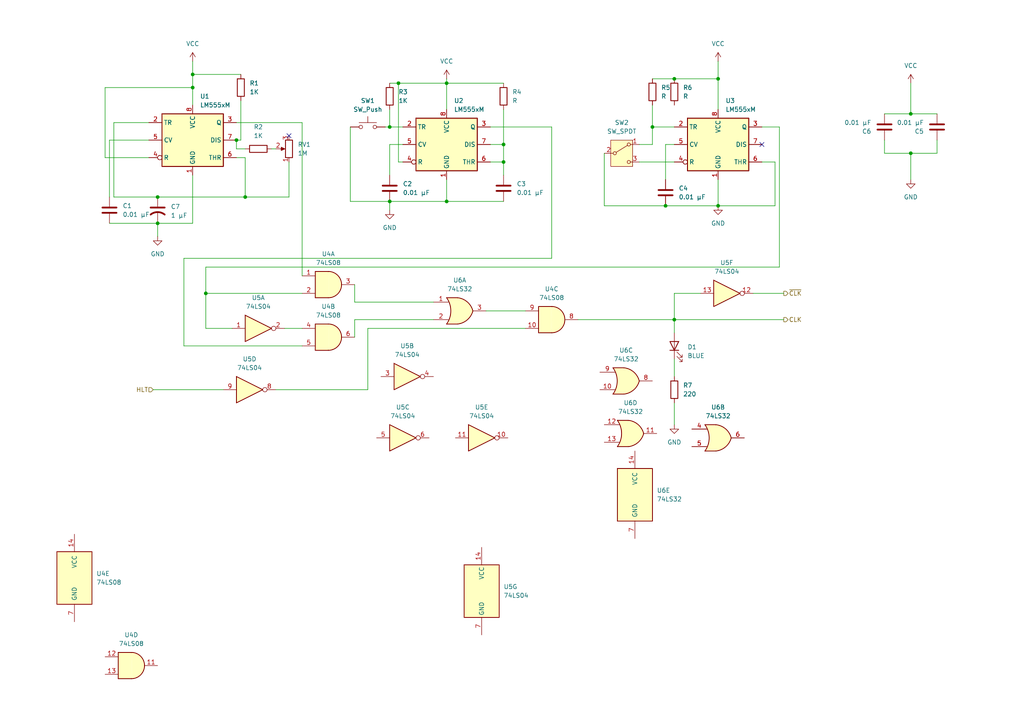
<source format=kicad_sch>
(kicad_sch (version 20250114) (generator "eeschema") (generator_version "9.0")
  (paper "A4")
  (lib_symbols
    (symbol "74xx:74LS04"
      (property "Reference" "U" (at 0 1.27 0))
      (property "Value" "74LS04" (at 0 -1.27 0))
      (symbol "74LS04_1_0"
        (polyline (pts (xy -3.81 3.81) (xy -3.81 -3.81) (xy 3.81 0) (xy -3.81 3.81)) (stroke (width 0.254)) (fill (type background)))
        (pin input line (at -7.62 0 0) (length 3.81) (name "~") (number "1"))
        (pin output inverted (at 7.62 0 180) (length 3.81) (name "~") (number "2"))
      )
      (symbol "74LS04_2_0"
        (polyline (pts (xy -3.81 3.81) (xy -3.81 -3.81) (xy 3.81 0) (xy -3.81 3.81)) (stroke (width 0.254)) (fill (type background)))
        (pin input line (at -7.62 0 0) (length 3.81) (name "~") (number "3"))
        (pin output inverted (at 7.62 0 180) (length 3.81) (name "~") (number "4"))
      )
      (symbol "74LS04_3_0"
        (polyline (pts (xy -3.81 3.81) (xy -3.81 -3.81) (xy 3.81 0) (xy -3.81 3.81)) (stroke (width 0.254)) (fill (type background)))
        (pin input line (at -7.62 0 0) (length 3.81) (name "~") (number "5"))
        (pin output inverted (at 7.62 0 180) (length 3.81) (name "~") (number "6"))
      )
      (symbol "74LS04_4_0"
        (polyline (pts (xy -3.81 3.81) (xy -3.81 -3.81) (xy 3.81 0) (xy -3.81 3.81)) (stroke (width 0.254)) (fill (type background)))
        (pin input line (at -7.62 0 0) (length 3.81) (name "~") (number "9"))
        (pin output inverted (at 7.62 0 180) (length 3.81) (name "~") (number "8"))
      )
      (symbol "74LS04_5_0"
        (polyline (pts (xy -3.81 3.81) (xy -3.81 -3.81) (xy 3.81 0) (xy -3.81 3.81)) (stroke (width 0.254)) (fill (type background)))
        (pin input line (at -7.62 0 0) (length 3.81) (name "~") (number "11"))
        (pin output inverted (at 7.62 0 180) (length 3.81) (name "~") (number "10"))
      )
      (symbol "74LS04_6_0"
        (polyline (pts (xy -3.81 3.81) (xy -3.81 -3.81) (xy 3.81 0) (xy -3.81 3.81)) (stroke (width 0.254)) (fill (type background)))
        (pin input line (at -7.62 0 0) (length 3.81) (name "~") (number "13"))
        (pin output inverted (at 7.62 0 180) (length 3.81) (name "~") (number "12"))
      )
      (symbol "74LS04_7_0"
        (pin power_in line (at 0 12.7 270) (length 5.08) (name "VCC") (number "14"))
        (pin power_in line (at 0 -12.7 90) (length 5.08) (name "GND") (number "7"))
      )
      (symbol "74LS04_7_1"
        (rectangle (start -5.08 7.62) (end 5.08 -7.62) (stroke (width 0.254)) (fill (type background)))
      )
    )
    (symbol "74xx:74LS08" (pin_names (offset 1.016))
      (property "Reference" "U" (at 0 1.27 0))
      (property "Value" "74LS08" (at 0 -1.27 0))
      (symbol "74LS08_1_1"
        (arc (start 0 3.81) (mid 3.7934 0) (end 0 -3.81) (stroke (width 0.254)) (fill (type background)))
        (polyline (pts (xy 0 3.81) (xy -3.81 3.81) (xy -3.81 -3.81) (xy 0 -3.81)) (stroke (width 0.254)) (fill (type background)))
        (pin input line (at -7.62 2.54 0) (length 3.81) (name "~") (number "1"))
        (pin input line (at -7.62 -2.54 0) (length 3.81) (name "~") (number "2"))
        (pin output line (at 7.62 0 180) (length 3.81) (name "~") (number "3"))
      )
      (symbol "74LS08_1_2"
        (arc (start -3.81 3.81) (mid -2.589 0) (end -3.81 -3.81) (stroke (width 0.254)))
        (polyline (pts (xy -3.81 3.81) (xy -0.635 3.81)) (stroke (width 0.254)) (fill (type background)))
        (polyline (pts (xy -3.81 -3.81) (xy -0.635 -3.81)) (stroke (width 0.254)) (fill (type background)))
        (arc (start 3.81 0) (mid 2.1855 -2.584) (end -0.6096 -3.81) (stroke (width 0.254)) (fill (type background)))
        (arc (start -0.6096 3.81) (mid 2.1928 2.5924) (end 3.81 0) (stroke (width 0.254)) (fill (type background)))
        (polyline (pts (xy -0.635 3.81) (xy -3.81 3.81) (xy -3.81 3.81) (xy -3.556 3.4036) (xy -3.0226 2.2606) (xy -2.6924 1.0414) (xy -2.6162 -0.254) (xy -2.7686 -1.4986) (xy -3.175 -2.7178) (xy -3.81 -3.81) (xy -3.81 -3.81) (xy -0.635 -3.81)) (stroke (width -25.4)) (fill (type background)))
        (pin input inverted (at -7.62 2.54 0) (length 4.318) (name "~") (number "1"))
        (pin input inverted (at -7.62 -2.54 0) (length 4.318) (name "~") (number "2"))
        (pin output inverted (at 7.62 0 180) (length 3.81) (name "~") (number "3"))
      )
      (symbol "74LS08_2_1"
        (arc (start 0 3.81) (mid 3.7934 0) (end 0 -3.81) (stroke (width 0.254)) (fill (type background)))
        (polyline (pts (xy 0 3.81) (xy -3.81 3.81) (xy -3.81 -3.81) (xy 0 -3.81)) (stroke (width 0.254)) (fill (type background)))
        (pin input line (at -7.62 2.54 0) (length 3.81) (name "~") (number "4"))
        (pin input line (at -7.62 -2.54 0) (length 3.81) (name "~") (number "5"))
        (pin output line (at 7.62 0 180) (length 3.81) (name "~") (number "6"))
      )
      (symbol "74LS08_2_2"
        (arc (start -3.81 3.81) (mid -2.589 0) (end -3.81 -3.81) (stroke (width 0.254)))
        (polyline (pts (xy -3.81 3.81) (xy -0.635 3.81)) (stroke (width 0.254)) (fill (type background)))
        (polyline (pts (xy -3.81 -3.81) (xy -0.635 -3.81)) (stroke (width 0.254)) (fill (type background)))
        (arc (start 3.81 0) (mid 2.1855 -2.584) (end -0.6096 -3.81) (stroke (width 0.254)) (fill (type background)))
        (arc (start -0.6096 3.81) (mid 2.1928 2.5924) (end 3.81 0) (stroke (width 0.254)) (fill (type background)))
        (polyline (pts (xy -0.635 3.81) (xy -3.81 3.81) (xy -3.81 3.81) (xy -3.556 3.4036) (xy -3.0226 2.2606) (xy -2.6924 1.0414) (xy -2.6162 -0.254) (xy -2.7686 -1.4986) (xy -3.175 -2.7178) (xy -3.81 -3.81) (xy -3.81 -3.81) (xy -0.635 -3.81)) (stroke (width -25.4)) (fill (type background)))
        (pin input inverted (at -7.62 2.54 0) (length 4.318) (name "~") (number "4"))
        (pin input inverted (at -7.62 -2.54 0) (length 4.318) (name "~") (number "5"))
        (pin output inverted (at 7.62 0 180) (length 3.81) (name "~") (number "6"))
      )
      (symbol "74LS08_3_1"
        (arc (start 0 3.81) (mid 3.7934 0) (end 0 -3.81) (stroke (width 0.254)) (fill (type background)))
        (polyline (pts (xy 0 3.81) (xy -3.81 3.81) (xy -3.81 -3.81) (xy 0 -3.81)) (stroke (width 0.254)) (fill (type background)))
        (pin input line (at -7.62 2.54 0) (length 3.81) (name "~") (number "9"))
        (pin input line (at -7.62 -2.54 0) (length 3.81) (name "~") (number "10"))
        (pin output line (at 7.62 0 180) (length 3.81) (name "~") (number "8"))
      )
      (symbol "74LS08_3_2"
        (arc (start -3.81 3.81) (mid -2.589 0) (end -3.81 -3.81) (stroke (width 0.254)))
        (polyline (pts (xy -3.81 3.81) (xy -0.635 3.81)) (stroke (width 0.254)) (fill (type background)))
        (polyline (pts (xy -3.81 -3.81) (xy -0.635 -3.81)) (stroke (width 0.254)) (fill (type background)))
        (arc (start 3.81 0) (mid 2.1855 -2.584) (end -0.6096 -3.81) (stroke (width 0.254)) (fill (type background)))
        (arc (start -0.6096 3.81) (mid 2.1928 2.5924) (end 3.81 0) (stroke (width 0.254)) (fill (type background)))
        (polyline (pts (xy -0.635 3.81) (xy -3.81 3.81) (xy -3.81 3.81) (xy -3.556 3.4036) (xy -3.0226 2.2606) (xy -2.6924 1.0414) (xy -2.6162 -0.254) (xy -2.7686 -1.4986) (xy -3.175 -2.7178) (xy -3.81 -3.81) (xy -3.81 -3.81) (xy -0.635 -3.81)) (stroke (width -25.4)) (fill (type background)))
        (pin input inverted (at -7.62 2.54 0) (length 4.318) (name "~") (number "9"))
        (pin input inverted (at -7.62 -2.54 0) (length 4.318) (name "~") (number "10"))
        (pin output inverted (at 7.62 0 180) (length 3.81) (name "~") (number "8"))
      )
      (symbol "74LS08_4_1"
        (arc (start 0 3.81) (mid 3.7934 0) (end 0 -3.81) (stroke (width 0.254)) (fill (type background)))
        (polyline (pts (xy 0 3.81) (xy -3.81 3.81) (xy -3.81 -3.81) (xy 0 -3.81)) (stroke (width 0.254)) (fill (type background)))
        (pin input line (at -7.62 2.54 0) (length 3.81) (name "~") (number "12"))
        (pin input line (at -7.62 -2.54 0) (length 3.81) (name "~") (number "13"))
        (pin output line (at 7.62 0 180) (length 3.81) (name "~") (number "11"))
      )
      (symbol "74LS08_4_2"
        (arc (start -3.81 3.81) (mid -2.589 0) (end -3.81 -3.81) (stroke (width 0.254)))
        (polyline (pts (xy -3.81 3.81) (xy -0.635 3.81)) (stroke (width 0.254)) (fill (type background)))
        (polyline (pts (xy -3.81 -3.81) (xy -0.635 -3.81)) (stroke (width 0.254)) (fill (type background)))
        (arc (start 3.81 0) (mid 2.1855 -2.584) (end -0.6096 -3.81) (stroke (width 0.254)) (fill (type background)))
        (arc (start -0.6096 3.81) (mid 2.1928 2.5924) (end 3.81 0) (stroke (width 0.254)) (fill (type background)))
        (polyline (pts (xy -0.635 3.81) (xy -3.81 3.81) (xy -3.81 3.81) (xy -3.556 3.4036) (xy -3.0226 2.2606) (xy -2.6924 1.0414) (xy -2.6162 -0.254) (xy -2.7686 -1.4986) (xy -3.175 -2.7178) (xy -3.81 -3.81) (xy -3.81 -3.81) (xy -0.635 -3.81)) (stroke (width -25.4)) (fill (type background)))
        (pin input inverted (at -7.62 2.54 0) (length 4.318) (name "~") (number "12"))
        (pin input inverted (at -7.62 -2.54 0) (length 4.318) (name "~") (number "13"))
        (pin output inverted (at 7.62 0 180) (length 3.81) (name "~") (number "11"))
      )
      (symbol "74LS08_5_0"
        (pin power_in line (at 0 12.7 270) (length 5.08) (name "VCC") (number "14"))
        (pin power_in line (at 0 -12.7 90) (length 5.08) (name "GND") (number "7"))
      )
      (symbol "74LS08_5_1"
        (rectangle (start -5.08 7.62) (end 5.08 -7.62) (stroke (width 0.254)) (fill (type background)))
      )
    )
    (symbol "74xx:74LS32" (pin_names (offset 1.016))
      (property "Reference" "U" (at 0 1.27 0))
      (property "Value" "74LS32" (at 0 -1.27 0))
      (symbol "74LS32_1_1"
        (arc (start -3.81 3.81) (mid -2.589 0) (end -3.81 -3.81) (stroke (width 0.254)))
        (polyline (pts (xy -3.81 3.81) (xy -0.635 3.81)) (stroke (width 0.254)) (fill (type background)))
        (polyline (pts (xy -3.81 -3.81) (xy -0.635 -3.81)) (stroke (width 0.254)) (fill (type background)))
        (arc (start 3.81 0) (mid 2.1855 -2.584) (end -0.6096 -3.81) (stroke (width 0.254)) (fill (type background)))
        (arc (start -0.6096 3.81) (mid 2.1928 2.5924) (end 3.81 0) (stroke (width 0.254)) (fill (type background)))
        (polyline (pts (xy -0.635 3.81) (xy -3.81 3.81) (xy -3.81 3.81) (xy -3.556 3.4036) (xy -3.0226 2.2606) (xy -2.6924 1.0414) (xy -2.6162 -0.254) (xy -2.7686 -1.4986) (xy -3.175 -2.7178) (xy -3.81 -3.81) (xy -3.81 -3.81) (xy -0.635 -3.81)) (stroke (width -25.4)) (fill (type background)))
        (pin input line (at -7.62 2.54 0) (length 4.318) (name "~") (number "1"))
        (pin input line (at -7.62 -2.54 0) (length 4.318) (name "~") (number "2"))
        (pin output line (at 7.62 0 180) (length 3.81) (name "~") (number "3"))
      )
      (symbol "74LS32_1_2"
        (arc (start 0 3.81) (mid 3.7934 0) (end 0 -3.81) (stroke (width 0.254)) (fill (type background)))
        (polyline (pts (xy 0 3.81) (xy -3.81 3.81) (xy -3.81 -3.81) (xy 0 -3.81)) (stroke (width 0.254)) (fill (type background)))
        (pin input inverted (at -7.62 2.54 0) (length 3.81) (name "~") (number "1"))
        (pin input inverted (at -7.62 -2.54 0) (length 3.81) (name "~") (number "2"))
        (pin output inverted (at 7.62 0 180) (length 3.81) (name "~") (number "3"))
      )
      (symbol "74LS32_2_1"
        (arc (start -3.81 3.81) (mid -2.589 0) (end -3.81 -3.81) (stroke (width 0.254)))
        (polyline (pts (xy -3.81 3.81) (xy -0.635 3.81)) (stroke (width 0.254)) (fill (type background)))
        (polyline (pts (xy -3.81 -3.81) (xy -0.635 -3.81)) (stroke (width 0.254)) (fill (type background)))
        (arc (start 3.81 0) (mid 2.1855 -2.584) (end -0.6096 -3.81) (stroke (width 0.254)) (fill (type background)))
        (arc (start -0.6096 3.81) (mid 2.1928 2.5924) (end 3.81 0) (stroke (width 0.254)) (fill (type background)))
        (polyline (pts (xy -0.635 3.81) (xy -3.81 3.81) (xy -3.81 3.81) (xy -3.556 3.4036) (xy -3.0226 2.2606) (xy -2.6924 1.0414) (xy -2.6162 -0.254) (xy -2.7686 -1.4986) (xy -3.175 -2.7178) (xy -3.81 -3.81) (xy -3.81 -3.81) (xy -0.635 -3.81)) (stroke (width -25.4)) (fill (type background)))
        (pin input line (at -7.62 2.54 0) (length 4.318) (name "~") (number "4"))
        (pin input line (at -7.62 -2.54 0) (length 4.318) (name "~") (number "5"))
        (pin output line (at 7.62 0 180) (length 3.81) (name "~") (number "6"))
      )
      (symbol "74LS32_2_2"
        (arc (start 0 3.81) (mid 3.7934 0) (end 0 -3.81) (stroke (width 0.254)) (fill (type background)))
        (polyline (pts (xy 0 3.81) (xy -3.81 3.81) (xy -3.81 -3.81) (xy 0 -3.81)) (stroke (width 0.254)) (fill (type background)))
        (pin input inverted (at -7.62 2.54 0) (length 3.81) (name "~") (number "4"))
        (pin input inverted (at -7.62 -2.54 0) (length 3.81) (name "~") (number "5"))
        (pin output inverted (at 7.62 0 180) (length 3.81) (name "~") (number "6"))
      )
      (symbol "74LS32_3_1"
        (arc (start -3.81 3.81) (mid -2.589 0) (end -3.81 -3.81) (stroke (width 0.254)))
        (polyline (pts (xy -3.81 3.81) (xy -0.635 3.81)) (stroke (width 0.254)) (fill (type background)))
        (polyline (pts (xy -3.81 -3.81) (xy -0.635 -3.81)) (stroke (width 0.254)) (fill (type background)))
        (arc (start 3.81 0) (mid 2.1855 -2.584) (end -0.6096 -3.81) (stroke (width 0.254)) (fill (type background)))
        (arc (start -0.6096 3.81) (mid 2.1928 2.5924) (end 3.81 0) (stroke (width 0.254)) (fill (type background)))
        (polyline (pts (xy -0.635 3.81) (xy -3.81 3.81) (xy -3.81 3.81) (xy -3.556 3.4036) (xy -3.0226 2.2606) (xy -2.6924 1.0414) (xy -2.6162 -0.254) (xy -2.7686 -1.4986) (xy -3.175 -2.7178) (xy -3.81 -3.81) (xy -3.81 -3.81) (xy -0.635 -3.81)) (stroke (width -25.4)) (fill (type background)))
        (pin input line (at -7.62 2.54 0) (length 4.318) (name "~") (number "9"))
        (pin input line (at -7.62 -2.54 0) (length 4.318) (name "~") (number "10"))
        (pin output line (at 7.62 0 180) (length 3.81) (name "~") (number "8"))
      )
      (symbol "74LS32_3_2"
        (arc (start 0 3.81) (mid 3.7934 0) (end 0 -3.81) (stroke (width 0.254)) (fill (type background)))
        (polyline (pts (xy 0 3.81) (xy -3.81 3.81) (xy -3.81 -3.81) (xy 0 -3.81)) (stroke (width 0.254)) (fill (type background)))
        (pin input inverted (at -7.62 2.54 0) (length 3.81) (name "~") (number "9"))
        (pin input inverted (at -7.62 -2.54 0) (length 3.81) (name "~") (number "10"))
        (pin output inverted (at 7.62 0 180) (length 3.81) (name "~") (number "8"))
      )
      (symbol "74LS32_4_1"
        (arc (start -3.81 3.81) (mid -2.589 0) (end -3.81 -3.81) (stroke (width 0.254)))
        (polyline (pts (xy -3.81 3.81) (xy -0.635 3.81)) (stroke (width 0.254)) (fill (type background)))
        (polyline (pts (xy -3.81 -3.81) (xy -0.635 -3.81)) (stroke (width 0.254)) (fill (type background)))
        (arc (start 3.81 0) (mid 2.1855 -2.584) (end -0.6096 -3.81) (stroke (width 0.254)) (fill (type background)))
        (arc (start -0.6096 3.81) (mid 2.1928 2.5924) (end 3.81 0) (stroke (width 0.254)) (fill (type background)))
        (polyline (pts (xy -0.635 3.81) (xy -3.81 3.81) (xy -3.81 3.81) (xy -3.556 3.4036) (xy -3.0226 2.2606) (xy -2.6924 1.0414) (xy -2.6162 -0.254) (xy -2.7686 -1.4986) (xy -3.175 -2.7178) (xy -3.81 -3.81) (xy -3.81 -3.81) (xy -0.635 -3.81)) (stroke (width -25.4)) (fill (type background)))
        (pin input line (at -7.62 2.54 0) (length 4.318) (name "~") (number "12"))
        (pin input line (at -7.62 -2.54 0) (length 4.318) (name "~") (number "13"))
        (pin output line (at 7.62 0 180) (length 3.81) (name "~") (number "11"))
      )
      (symbol "74LS32_4_2"
        (arc (start 0 3.81) (mid 3.7934 0) (end 0 -3.81) (stroke (width 0.254)) (fill (type background)))
        (polyline (pts (xy 0 3.81) (xy -3.81 3.81) (xy -3.81 -3.81) (xy 0 -3.81)) (stroke (width 0.254)) (fill (type background)))
        (pin input inverted (at -7.62 2.54 0) (length 3.81) (name "~") (number "12"))
        (pin input inverted (at -7.62 -2.54 0) (length 3.81) (name "~") (number "13"))
        (pin output inverted (at 7.62 0 180) (length 3.81) (name "~") (number "11"))
      )
      (symbol "74LS32_5_0"
        (pin power_in line (at 0 12.7 270) (length 5.08) (name "VCC") (number "14"))
        (pin power_in line (at 0 -12.7 90) (length 5.08) (name "GND") (number "7"))
      )
      (symbol "74LS32_5_1"
        (rectangle (start -5.08 7.62) (end 5.08 -7.62) (stroke (width 0.254)) (fill (type background)))
      )
    )
    (symbol "Device:C" (pin_numbers (hide yes)) (pin_names (offset 0.254))
      (property "Reference" "C" (at 0.635 2.54 0))
      (property "Value" "C" (at 0.635 -2.54 0))
      (symbol "C_0_1"
        (polyline (pts (xy -2.032 0.762) (xy 2.032 0.762)) (stroke (width 0.508)))
        (polyline (pts (xy -2.032 -0.762) (xy 2.032 -0.762)) (stroke (width 0.508)))
      )
      (symbol "C_1_1"
        (pin passive line (at 0 3.81 270) (length 2.794) (name "~") (number "1"))
        (pin passive line (at 0 -3.81 90) (length 2.794) (name "~") (number "2"))
      )
    )
    (symbol "Device:C_US" (pin_numbers (hide yes)) (pin_names (offset 0.254) (hide yes))
      (property "Reference" "C" (at 0.635 2.54 0))
      (property "Value" "C_US" (at 0.635 -2.54 0))
      (symbol "C_US_0_1"
        (polyline (pts (xy -2.032 0.762) (xy 2.032 0.762)) (stroke (width 0.508)))
        (arc (start -2.032 -1.27) (mid 0 -0.5572) (end 2.032 -1.27) (stroke (width 0.508)))
      )
      (symbol "C_US_1_1"
        (pin passive line (at 0 3.81 270) (length 2.794) (name "~") (number "1"))
        (pin passive line (at 0 -3.81 90) (length 3.302) (name "~") (number "2"))
      )
    )
    (symbol "Device:LED" (pin_numbers (hide yes)) (pin_names (offset 1.016) (hide yes))
      (property "Reference" "D" (at 0 2.54 0))
      (property "Value" "LED" (at 0 -2.54 0))
      (symbol "LED_0_1"
        (polyline (pts (xy -3.048 -0.762) (xy -4.572 -2.286) (xy -3.81 -2.286) (xy -4.572 -2.286) (xy -4.572 -1.524)))
        (polyline (pts (xy -1.778 -0.762) (xy -3.302 -2.286) (xy -2.54 -2.286) (xy -3.302 -2.286) (xy -3.302 -1.524)))
        (polyline (pts (xy -1.27 0) (xy 1.27 0)))
        (polyline (pts (xy -1.27 -1.27) (xy -1.27 1.27)) (stroke (width 0.254)))
        (polyline (pts (xy 1.27 -1.27) (xy 1.27 1.27) (xy -1.27 0) (xy 1.27 -1.27)) (stroke (width 0.254)))
      )
      (symbol "LED_1_1"
        (pin passive line (at -3.81 0 0) (length 2.54) (name "K") (number "1"))
        (pin passive line (at 3.81 0 180) (length 2.54) (name "A") (number "2"))
      )
    )
    (symbol "Device:R" (pin_numbers (hide yes)) (pin_names (offset 0))
      (property "Reference" "R" (at 2.032 0 90))
      (property "Value" "R" (at 0 0 90))
      (symbol "R_0_1"
        (rectangle (start -1.016 -2.54) (end 1.016 2.54) (stroke (width 0.254)))
      )
      (symbol "R_1_1"
        (pin passive line (at 0 3.81 270) (length 1.27) (name "~") (number "1"))
        (pin passive line (at 0 -3.81 90) (length 1.27) (name "~") (number "2"))
      )
    )
    (symbol "Device:R_Potentiometer" (pin_names (offset 1.016) (hide yes))
      (property "Reference" "RV" (at -4.445 0 90))
      (property "Value" "R_Potentiometer" (at -2.54 0 90))
      (symbol "R_Potentiometer_0_1"
        (rectangle (start 1.016 2.54) (end -1.016 -2.54) (stroke (width 0.254)))
        (polyline (pts (xy 1.143 0) (xy 2.286 0.508) (xy 2.286 -0.508) (xy 1.143 0)) (fill (type outline)))
        (polyline (pts (xy 2.54 0) (xy 1.524 0)))
      )
      (symbol "R_Potentiometer_1_1"
        (pin passive line (at 0 3.81 270) (length 1.27) (name "1") (number "1"))
        (pin passive line (at 0 -3.81 90) (length 1.27) (name "3") (number "3"))
        (pin passive line (at 3.81 0 180) (length 1.27) (name "2") (number "2"))
      )
    )
    (symbol "Switch:SW_Push" (pin_numbers (hide yes)) (pin_names (offset 1.016) (hide yes))
      (property "Reference" "SW" (at 1.27 2.54 0))
      (property "Value" "SW_Push" (at 0 -1.524 0))
      (symbol "SW_Push_0_1"
        (circle (center -2.032 0) (radius 0.508))
        (polyline (pts (xy 0 1.27) (xy 0 3.048)))
        (circle (center 2.032 0) (radius 0.508))
        (polyline (pts (xy 2.54 1.27) (xy -2.54 1.27)))
        (pin passive line (at -5.08 0 0) (length 2.54) (name "1") (number "1"))
        (pin passive line (at 5.08 0 180) (length 2.54) (name "2") (number "2"))
      )
    )
    (symbol "Switch:SW_SPDT" (pin_names (offset 0) (hide yes))
      (property "Reference" "SW" (at 0 5.08 0))
      (property "Value" "SW_SPDT" (at 0 -5.08 0))
      (symbol "SW_SPDT_0_1"
        (circle (center -2.032 0) (radius 0.4572))
        (polyline (pts (xy -1.651 0.254) (xy 1.651 2.286)))
        (circle (center 2.032 2.54) (radius 0.4572))
        (circle (center 2.032 -2.54) (radius 0.4572))
      )
      (symbol "SW_SPDT_1_1"
        (rectangle (start -3.175 3.81) (end 3.175 -3.81) (fill (type background)))
        (pin passive line (at -5.08 0 0) (length 2.54) (name "B") (number "2"))
        (pin passive line (at 5.08 2.54 180) (length 2.54) (name "A") (number "1"))
        (pin passive line (at 5.08 -2.54 180) (length 2.54) (name "C") (number "3"))
      )
    )
    (symbol "Timer:LM555xM"
      (property "Reference" "U" (at -10.16 8.89 0))
      (property "Value" "LM555xM" (at 2.54 8.89 0))
      (symbol "LM555xM_0_0"
        (pin power_in line (at 0 10.16 270) (length 2.54) (name "VCC") (number "8"))
        (pin power_in line (at 0 -10.16 90) (length 2.54) (name "GND") (number "1"))
      )
      (symbol "LM555xM_0_1"
        (rectangle (start -8.89 -7.62) (end 8.89 7.62) (stroke (width 0.254)) (fill (type background)))
        (rectangle (start -8.89 -7.62) (end 8.89 7.62) (stroke (width 0.254)) (fill (type background)))
      )
      (symbol "LM555xM_1_1"
        (pin input line (at -12.7 5.08 0) (length 3.81) (name "TR") (number "2"))
        (pin input line (at -12.7 0 0) (length 3.81) (name "CV") (number "5"))
        (pin input inverted (at -12.7 -5.08 0) (length 3.81) (name "R") (number "4"))
        (pin output line (at 12.7 5.08 180) (length 3.81) (name "Q") (number "3"))
        (pin input line (at 12.7 0 180) (length 3.81) (name "DIS") (number "7"))
        (pin input line (at 12.7 -5.08 180) (length 3.81) (name "THR") (number "6"))
      )
    )
    (symbol "power:GND" (power) (pin_numbers (hide yes)) (pin_names (offset 0) (hide yes))
      (property "Value" "GND" (at 0 -3.81 0))
      (symbol "GND_0_1"
        (polyline (pts (xy 0 0) (xy 0 -1.27) (xy 1.27 -1.27) (xy 0 -2.54) (xy -1.27 -1.27) (xy 0 -1.27)))
      )
      (symbol "GND_1_1"
        (pin power_in line (at 0 0 270) (length 0) (name "~") (number "1"))
      )
    )
    (symbol "power:VCC" (power) (pin_numbers (hide yes)) (pin_names (offset 0) (hide yes))
      (property "Value" "VCC" (at 0 3.556 0))
      (symbol "VCC_0_1"
        (polyline (pts (xy -0.762 1.27) (xy 0 2.54)))
        (polyline (pts (xy 0 2.54) (xy 0.762 1.27)))
        (polyline (pts (xy 0 0) (xy 0 2.54)))
      )
      (symbol "VCC_1_1"
        (pin power_in line (at 0 0 90) (length 0) (name "~") (number "1"))
      )
    )
  )
  (junction (at 264.16 33.02))
  (junction (at 129.54 58.42))
  (junction (at 193.04 59.69))
  (junction (at 146.05 46.99))
  (junction (at 208.28 59.69))
  (junction (at 129.54 24.13))
  (junction (at 189.23 36.83))
  (junction (at 264.16 44.45))
  (junction (at 68.58 40.64))
  (junction (at 208.28 22.86))
  (junction (at 71.12 57.15))
  (junction (at 115.57 24.13))
  (junction (at 195.58 22.86))
  (junction (at 195.58 92.71))
  (junction (at 113.03 36.83))
  (junction (at 146.05 41.91))
  (junction (at 55.88 25.4))
  (junction (at 55.88 21.59))
  (junction (at 59.69 85.09))
  (junction (at 113.03 58.42))
  (junction (at 45.72 57.15))
  (junction (at 45.72 64.77))
  (no_connect (at 83.82 39.37))
  (no_connect (at 220.98 41.91))
  (wire (pts (xy 189.23 36.83) (xy 189.23 41.91)))
  (wire (pts (xy 101.6 58.42) (xy 113.03 58.42)))
  (wire (pts (xy 208.28 22.86) (xy 208.28 31.75)))
  (wire (pts (xy 142.24 41.91) (xy 146.05 41.91)))
  (wire (pts (xy 185.42 46.99) (xy 195.58 46.99)))
  (wire (pts (xy 142.24 46.99) (xy 146.05 46.99)))
  (wire (pts (xy 45.72 57.15) (xy 71.12 57.15)))
  (wire (pts (xy 111.76 36.83) (xy 113.03 36.83)))
  (wire (pts (xy 116.84 46.99) (xy 115.57 46.99)))
  (wire (pts (xy 226.06 36.83) (xy 226.06 77.47)))
  (wire (pts (xy 195.58 116.84) (xy 195.58 123.19)))
  (wire (pts (xy 195.58 85.09) (xy 195.58 92.71)))
  (wire (pts (xy 264.16 33.02) (xy 271.78 33.02)))
  (wire (pts (xy 44.45 113.03) (xy 64.77 113.03)))
  (wire (pts (xy 102.87 97.79) (xy 102.87 92.71)))
  (wire (pts (xy 43.18 40.64) (xy 31.75 40.64)))
  (wire (pts (xy 55.88 21.59) (xy 69.85 21.59)))
  (wire (pts (xy 271.78 44.45) (xy 264.16 44.45)))
  (wire (pts (xy 55.88 25.4) (xy 55.88 30.48)))
  (wire (pts (xy 146.05 41.91) (xy 146.05 46.99)))
  (wire (pts (xy 195.58 104.14) (xy 195.58 109.22)))
  (wire (pts (xy 106.68 95.25) (xy 152.4 95.25)))
  (wire (pts (xy 195.58 41.91) (xy 193.04 41.91)))
  (wire (pts (xy 87.63 35.56) (xy 68.58 35.56)))
  (wire (pts (xy 71.12 43.18) (xy 68.58 43.18)))
  (wire (pts (xy 115.57 46.99) (xy 115.57 24.13)))
  (wire (pts (xy 59.69 85.09) (xy 87.63 85.09)))
  (wire (pts (xy 78.74 43.18) (xy 80.01 43.18)))
  (wire (pts (xy 71.12 57.15) (xy 83.82 57.15)))
  (wire (pts (xy 218.44 85.09) (xy 227.33 85.09)))
  (wire (pts (xy 189.23 30.48) (xy 189.23 36.83)))
  (wire (pts (xy 43.18 45.72) (xy 30.48 45.72)))
  (wire (pts (xy 59.69 77.47) (xy 59.69 85.09)))
  (wire (pts (xy 224.79 46.99) (xy 224.79 59.69)))
  (wire (pts (xy 193.04 59.69) (xy 208.28 59.69)))
  (wire (pts (xy 69.85 29.21) (xy 69.85 40.64)))
  (wire (pts (xy 129.54 24.13) (xy 129.54 31.75)))
  (wire (pts (xy 115.57 24.13) (xy 129.54 24.13)))
  (wire (pts (xy 67.31 95.25) (xy 59.69 95.25)))
  (wire (pts (xy 129.54 58.42) (xy 113.03 58.42)))
  (wire (pts (xy 30.48 25.4) (xy 55.88 25.4)))
  (wire (pts (xy 146.05 31.75) (xy 146.05 41.91)))
  (wire (pts (xy 195.58 92.71) (xy 195.58 96.52)))
  (wire (pts (xy 264.16 44.45) (xy 264.16 52.07)))
  (wire (pts (xy 256.54 33.02) (xy 264.16 33.02)))
  (wire (pts (xy 33.02 35.56) (xy 33.02 57.15)))
  (wire (pts (xy 82.55 95.25) (xy 87.63 95.25)))
  (wire (pts (xy 140.97 90.17) (xy 152.4 90.17)))
  (wire (pts (xy 55.88 64.77) (xy 55.88 50.8)))
  (wire (pts (xy 113.03 24.13) (xy 115.57 24.13)))
  (wire (pts (xy 226.06 77.47) (xy 59.69 77.47)))
  (wire (pts (xy 30.48 45.72) (xy 30.48 25.4)))
  (wire (pts (xy 146.05 46.99) (xy 146.05 50.8)))
  (wire (pts (xy 175.26 44.45) (xy 175.26 59.69)))
  (wire (pts (xy 113.03 41.91) (xy 113.03 50.8)))
  (wire (pts (xy 189.23 36.83) (xy 195.58 36.83)))
  (wire (pts (xy 160.02 36.83) (xy 160.02 74.93)))
  (wire (pts (xy 33.02 57.15) (xy 45.72 57.15)))
  (wire (pts (xy 167.64 92.71) (xy 195.58 92.71)))
  (wire (pts (xy 271.78 40.64) (xy 271.78 44.45)))
  (wire (pts (xy 59.69 95.25) (xy 59.69 85.09)))
  (wire (pts (xy 87.63 80.01) (xy 87.63 35.56)))
  (wire (pts (xy 53.34 74.93) (xy 53.34 100.33)))
  (wire (pts (xy 106.68 113.03) (xy 106.68 95.25)))
  (wire (pts (xy 129.54 24.13) (xy 146.05 24.13)))
  (wire (pts (xy 31.75 40.64) (xy 31.75 57.15)))
  (wire (pts (xy 208.28 52.07) (xy 208.28 59.69)))
  (wire (pts (xy 68.58 45.72) (xy 71.12 45.72)))
  (wire (pts (xy 45.72 64.77) (xy 55.88 64.77)))
  (wire (pts (xy 146.05 58.42) (xy 129.54 58.42)))
  (wire (pts (xy 45.72 68.58) (xy 45.72 64.77)))
  (wire (pts (xy 102.87 92.71) (xy 125.73 92.71)))
  (wire (pts (xy 224.79 59.69) (xy 208.28 59.69)))
  (wire (pts (xy 195.58 22.86) (xy 208.28 22.86)))
  (wire (pts (xy 53.34 100.33) (xy 87.63 100.33)))
  (wire (pts (xy 189.23 22.86) (xy 195.58 22.86)))
  (wire (pts (xy 129.54 52.07) (xy 129.54 58.42)))
  (wire (pts (xy 208.28 17.78) (xy 208.28 22.86)))
  (wire (pts (xy 113.03 31.75) (xy 113.03 36.83)))
  (wire (pts (xy 129.54 22.86) (xy 129.54 24.13)))
  (wire (pts (xy 189.23 41.91) (xy 185.42 41.91)))
  (wire (pts (xy 102.87 87.63) (xy 125.73 87.63)))
  (wire (pts (xy 55.88 17.78) (xy 55.88 21.59)))
  (wire (pts (xy 55.88 21.59) (xy 55.88 25.4)))
  (wire (pts (xy 31.75 64.77) (xy 45.72 64.77)))
  (wire (pts (xy 193.04 41.91) (xy 193.04 52.07)))
  (wire (pts (xy 113.03 36.83) (xy 116.84 36.83)))
  (wire (pts (xy 264.16 33.02) (xy 264.16 24.13)))
  (wire (pts (xy 142.24 36.83) (xy 160.02 36.83)))
  (wire (pts (xy 256.54 44.45) (xy 264.16 44.45)))
  (wire (pts (xy 71.12 45.72) (xy 71.12 57.15)))
  (wire (pts (xy 101.6 36.83) (xy 101.6 58.42)))
  (wire (pts (xy 69.85 40.64) (xy 68.58 40.64)))
  (wire (pts (xy 203.2 85.09) (xy 195.58 85.09)))
  (wire (pts (xy 102.87 82.55) (xy 102.87 87.63)))
  (wire (pts (xy 116.84 41.91) (xy 113.03 41.91)))
  (wire (pts (xy 175.26 59.69) (xy 193.04 59.69)))
  (wire (pts (xy 256.54 40.64) (xy 256.54 44.45)))
  (wire (pts (xy 43.18 35.56) (xy 33.02 35.56)))
  (wire (pts (xy 68.58 43.18) (xy 68.58 40.64)))
  (wire (pts (xy 220.98 46.99) (xy 224.79 46.99)))
  (wire (pts (xy 80.01 113.03) (xy 106.68 113.03)))
  (wire (pts (xy 195.58 92.71) (xy 227.33 92.71)))
  (wire (pts (xy 83.82 57.15) (xy 83.82 46.99)))
  (wire (pts (xy 113.03 58.42) (xy 113.03 60.96)))
  (wire (pts (xy 220.98 36.83) (xy 226.06 36.83)))
  (wire (pts (xy 160.02 74.93) (xy 53.34 74.93)))
  (hierarchical_label "~{CLK}" (shape output) (at 227.33 85.09 0))
  (hierarchical_label "HLT" (shape input) (at 44.45 113.03 180))
  (hierarchical_label "CLK" (shape output) (at 227.33 92.71 0))
  (symbol (lib_id "74xx:74LS08") (at 21.59 167.64 0) (unit 5)
    (property "Reference" "U4" (at 27.94 166.3699 0) (effects (justify left)))
    (property "Value" "74LS08" (at 27.94 168.9099 0) (effects (justify left)))
    (property "Footprint" "Package_DIP:DIP-14_W7.62mm" (effects (hide yes)))
    (property "Datasheet" "http://www.ti.com/lit/gpn/sn74LS08" (effects (hide yes)))
    (property "Description" "Quad And2" (effects (hide yes)))
  )
  (symbol (lib_id "Device:C") (at 113.03 54.61 180) (unit 1)
    (property "Reference" "C2" (at 116.84 53.3399 0) (effects (justify right)))
    (property "Value" "0.01 µF" (at 116.84 55.8799 0) (effects (justify right)))
    (property "Footprint" "Capacitor_THT:C_Disc_D5.0mm_W2.5mm_P2.50mm" (effects (hide yes)))
    (property "Description" "Unpolarized capacitor" (effects (hide yes)))
  )
  (symbol (lib_id "Device:C") (at 193.04 55.88 180) (unit 1)
    (property "Reference" "C4" (at 196.85 54.6099 0) (effects (justify right)))
    (property "Value" "0.01 µF" (at 196.85 57.1499 0) (effects (justify right)))
    (property "Footprint" "Capacitor_THT:C_Disc_D5.0mm_W2.5mm_P2.50mm" (effects (hide yes)))
    (property "Description" "Unpolarized capacitor" (effects (hide yes)))
  )
  (symbol (lib_id "74xx:74LS08") (at 38.1 193.04 0) (unit 4)
    (property "Reference" "U4" (at 38.0917 184.15 0))
    (property "Value" "74LS08" (at 38.0917 186.69 0))
    (property "Footprint" "Package_DIP:DIP-14_W7.62mm" (effects (hide yes)))
    (property "Datasheet" "http://www.ti.com/lit/gpn/sn74LS08" (effects (hide yes)))
    (property "Description" "Quad And2" (effects (hide yes)))
  )
  (symbol (lib_id "74xx:74LS08") (at 95.25 82.55 0) (unit 1)
    (property "Reference" "U4" (at 95.2417 73.66 0))
    (property "Value" "74LS08" (at 95.2417 76.2 0))
    (property "Footprint" "Package_DIP:DIP-14_W7.62mm" (effects (hide yes)))
    (property "Datasheet" "http://www.ti.com/lit/gpn/sn74LS08" (effects (hide yes)))
    (property "Description" "Quad And2" (effects (hide yes)))
  )
  (symbol (lib_id "power:VCC") (at 264.16 24.13 0) (unit 1)
    (property "Reference" "#PWR03" (effects (hide yes)))
    (property "Value" "VCC" (at 264.16 19.05 0))
    (property "Description" "Power symbol creates a global label with name \"VCC\"" (effects (hide yes)))
  )
  (symbol (lib_id "power:VCC") (at 129.54 22.86 0) (unit 1)
    (property "Reference" "#PWR04" (effects (hide yes)))
    (property "Value" "VCC" (at 129.54 17.78 0))
    (property "Description" "Power symbol creates a global label with name \"VCC\"" (effects (hide yes)))
  )
  (symbol (lib_id "Device:R") (at 195.58 26.67 0) (unit 1)
    (property "Reference" "R6" (at 198.12 25.3999 0) (effects (justify left)))
    (property "Value" "R" (at 198.12 27.9399 0) (effects (justify left)))
    (property "Footprint" "Resistor_THT:R_Axial_DIN0207_L6.3mm_D2.5mm_P7.62mm_Horizontal" (effects (hide yes)))
    (property "Description" "Resistor" (effects (hide yes)))
  )
  (symbol (lib_id "Device:R") (at 189.23 26.67 0) (unit 1)
    (property "Reference" "R5" (at 191.77 25.3999 0) (effects (justify left)))
    (property "Value" "R" (at 191.77 27.9399 0) (effects (justify left)))
    (property "Footprint" "Resistor_THT:R_Axial_DIN0207_L6.3mm_D2.5mm_P7.62mm_Horizontal" (effects (hide yes)))
    (property "Description" "Resistor" (effects (hide yes)))
  )
  (symbol (lib_id "Device:R_Potentiometer") (at 83.82 43.18 180) (unit 1)
    (property "Reference" "RV1" (at 86.36 41.9099 0) (effects (justify right)))
    (property "Value" "1M" (at 86.36 44.4499 0) (effects (justify right)))
    (property "Footprint" "Potentiometer_THT:Potentiometer_Alpha_RD901F-40-00D_Single_Vertical" (effects (hide yes)))
    (property "Description" "Potentiometer" (effects (hide yes)))
  )
  (symbol (lib_id "Switch:SW_SPDT") (at 180.34 44.45 0) (unit 1)
    (property "Reference" "SW2" (at 180.34 35.56 0))
    (property "Value" "SW_SPDT" (at 180.34 38.1 0))
    (property "Description" "Switch, single pole double throw" (effects (hide yes)))
  )
  (symbol (lib_id "74xx:74LS32") (at 208.28 127 0) (unit 2)
    (property "Reference" "U6" (at 208.28 118.11 0))
    (property "Value" "74LS32" (at 208.28 120.65 0))
    (property "Datasheet" "http://www.ti.com/lit/gpn/sn74LS32" (effects (hide yes)))
    (property "Description" "Quad 2-input OR" (effects (hide yes)))
  )
  (symbol (lib_id "Timer:LM555xM") (at 208.28 41.91 0) (unit 1)
    (property "Reference" "U3" (at 210.4233 29.21 0) (effects (justify left)))
    (property "Value" "LM555xM" (at 210.4233 31.75 0) (effects (justify left)))
    (property "Footprint" "Package_SO:SOIC-8_3.9x4.9mm_P1.27mm" (effects (hide yes)))
    (property "Datasheet" "http://www.ti.com/lit/ds/symlink/lm555.pdf" (effects (hide yes)))
    (property "Description" "Timer, 555 compatible, SOIC-8" (effects (hide yes)))
  )
  (symbol (lib_id "power:GND") (at 195.58 123.19 0) (unit 1)
    (property "Reference" "#PWR06" (effects (hide yes)))
    (property "Value" "GND" (at 195.58 128.27 0))
    (property "Description" "Power symbol creates a global label with name \"GND\" , ground" (effects (hide yes)))
  )
  (symbol (lib_id "Device:C_US") (at 45.72 60.96 0) (unit 1)
    (property "Reference" "C7" (at 49.53 59.9439 0) (effects (justify left)))
    (property "Value" "1 µF" (at 49.53 62.4839 0) (effects (justify left)))
    (property "Footprint" "Capacitor_THT:C_Radial_D5.0mm_H5.0mm_P2.00mm" (effects (hide yes)))
    (property "Description" "capacitor, US symbol" (effects (hide yes)))
  )
  (symbol (lib_id "74xx:74LS04") (at 210.82 85.09 0) (unit 6)
    (property "Reference" "U5" (at 210.82 76.2 0))
    (property "Value" "74LS04" (at 210.82 78.74 0))
    (property "Footprint" "Package_DIP:DIP-14_W7.62mm" (effects (hide yes)))
    (property "Datasheet" "http://www.ti.com/lit/gpn/sn74LS04" (effects (hide yes)))
    (property "Description" "Hex Inverter" (effects (hide yes)))
  )
  (symbol (lib_id "Timer:LM555xM") (at 55.88 40.64 0) (unit 1)
    (property "Reference" "U1" (at 58.0233 27.94 0) (effects (justify left)))
    (property "Value" "LM555xM" (at 58.0233 30.48 0) (effects (justify left)))
    (property "Footprint" "Package_SO:SOIC-8_3.9x4.9mm_P1.27mm" (effects (hide yes)))
    (property "Datasheet" "http://www.ti.com/lit/ds/symlink/lm555.pdf" (effects (hide yes)))
    (property "Description" "Timer, 555 compatible, SOIC-8" (effects (hide yes)))
  )
  (symbol (lib_id "power:VCC") (at 208.28 17.78 0) (unit 1)
    (property "Reference" "#PWR02" (effects (hide yes)))
    (property "Value" "VCC" (at 208.28 12.7 0))
    (property "Description" "Power symbol creates a global label with name \"VCC\"" (effects (hide yes)))
  )
  (symbol (lib_id "74xx:74LS32") (at 181.61 110.49 0) (unit 3)
    (property "Reference" "U6" (at 181.61 101.6 0))
    (property "Value" "74LS32" (at 181.61 104.14 0))
    (property "Datasheet" "http://www.ti.com/lit/gpn/sn74LS32" (effects (hide yes)))
    (property "Description" "Quad 2-input OR" (effects (hide yes)))
  )
  (symbol (lib_id "Timer:LM555xM") (at 129.54 41.91 0) (unit 1)
    (property "Reference" "U2" (at 131.6833 29.21 0) (effects (justify left)))
    (property "Value" "LM555xM" (at 131.6833 31.75 0) (effects (justify left)))
    (property "Footprint" "Package_SO:SOIC-8_3.9x4.9mm_P1.27mm" (effects (hide yes)))
    (property "Datasheet" "http://www.ti.com/lit/ds/symlink/lm555.pdf" (effects (hide yes)))
    (property "Description" "Timer, 555 compatible, SOIC-8" (effects (hide yes)))
  )
  (symbol (lib_id "power:VCC") (at 55.88 17.78 0) (unit 1)
    (property "Reference" "#PWR01" (effects (hide yes)))
    (property "Value" "VCC" (at 55.88 12.7 0))
    (property "Description" "Power symbol creates a global label with name \"VCC\"" (effects (hide yes)))
  )
  (symbol (lib_id "74xx:74LS08") (at 95.25 97.79 0) (unit 2)
    (property "Reference" "U4" (at 95.2417 88.9 0))
    (property "Value" "74LS08" (at 95.2417 91.44 0))
    (property "Footprint" "Package_DIP:DIP-14_W7.62mm" (effects (hide yes)))
    (property "Datasheet" "http://www.ti.com/lit/gpn/sn74LS08" (effects (hide yes)))
    (property "Description" "Quad And2" (effects (hide yes)))
  )
  (symbol (lib_id "Device:C") (at 146.05 54.61 180) (unit 1)
    (property "Reference" "C3" (at 149.86 53.3399 0) (effects (justify right)))
    (property "Value" "0.01 µF" (at 149.86 55.8799 0) (effects (justify right)))
    (property "Footprint" "Capacitor_THT:C_Disc_D5.0mm_W2.5mm_P2.50mm" (effects (hide yes)))
    (property "Description" "Unpolarized capacitor" (effects (hide yes)))
  )
  (symbol (lib_id "Device:R") (at 69.85 25.4 0) (unit 1)
    (property "Reference" "R1" (at 72.39 24.1299 0) (effects (justify left)))
    (property "Value" "1K" (at 72.39 26.6699 0) (effects (justify left)))
    (property "Footprint" "Resistor_THT:R_Axial_DIN0207_L6.3mm_D2.5mm_P7.62mm_Horizontal" (effects (hide yes)))
    (property "Description" "Resistor" (effects (hide yes)))
  )
  (symbol (lib_id "Device:R") (at 146.05 27.94 0) (unit 1)
    (property "Reference" "R4" (at 148.59 26.6699 0) (effects (justify left)))
    (property "Value" "R" (at 148.59 29.2099 0) (effects (justify left)))
    (property "Footprint" "Resistor_THT:R_Axial_DIN0207_L6.3mm_D2.5mm_P7.62mm_Horizontal" (effects (hide yes)))
    (property "Description" "Resistor" (effects (hide yes)))
  )
  (symbol (lib_id "Device:LED") (at 195.58 100.33 90) (unit 1)
    (property "Reference" "D1" (at 199.39 100.6474 90) (effects (justify right)))
    (property "Value" "BLUE" (at 199.39 103.1874 90) (effects (justify right)))
    (property "Footprint" "LED_THT:LED_D3.0mm" (effects (hide yes)))
    (property "Description" "Light emitting diode" (effects (hide yes)))
    (property "Sim.Pins" "1=K 2=A" (effects (hide yes)))
  )
  (symbol (lib_id "74xx:74LS32") (at 182.88 125.73 0) (unit 4)
    (property "Reference" "U6" (at 182.88 116.84 0))
    (property "Value" "74LS32" (at 182.88 119.38 0))
    (property "Datasheet" "http://www.ti.com/lit/gpn/sn74LS32" (effects (hide yes)))
    (property "Description" "Quad 2-input OR" (effects (hide yes)))
  )
  (symbol (lib_id "74xx:74LS32") (at 133.35 90.17 0) (unit 1)
    (property "Reference" "U6" (at 133.35 81.28 0))
    (property "Value" "74LS32" (at 133.35 83.82 0))
    (property "Datasheet" "http://www.ti.com/lit/gpn/sn74LS32" (effects (hide yes)))
    (property "Description" "Quad 2-input OR" (effects (hide yes)))
  )
  (symbol (lib_id "Device:C") (at 256.54 36.83 180) (unit 1)
    (property "Reference" "C6" (at 252.73 38.1001 0) (effects (justify left)))
    (property "Value" "0.01 µF" (at 252.73 35.5601 0) (effects (justify left)))
    (property "Footprint" "Capacitor_THT:C_Disc_D5.0mm_W2.5mm_P2.50mm" (effects (hide yes)))
    (property "Description" "Unpolarized capacitor" (effects (hide yes)))
  )
  (symbol (lib_id "power:GND") (at 264.16 52.07 0) (unit 1)
    (property "Reference" "#PWR07" (effects (hide yes)))
    (property "Value" "GND" (at 264.16 57.15 0))
    (property "Description" "Power symbol creates a global label with name \"GND\" , ground" (effects (hide yes)))
  )
  (symbol (lib_id "74xx:74LS04") (at 139.7 171.45 0) (unit 7)
    (property "Reference" "U5" (at 146.05 170.1799 0) (effects (justify left)))
    (property "Value" "74LS04" (at 146.05 172.7199 0) (effects (justify left)))
    (property "Footprint" "Package_DIP:DIP-14_W7.62mm" (effects (hide yes)))
    (property "Datasheet" "http://www.ti.com/lit/gpn/sn74LS04" (effects (hide yes)))
    (property "Description" "Hex Inverter" (effects (hide yes)))
  )
  (symbol (lib_id "Device:R") (at 74.93 43.18 90) (unit 1)
    (property "Reference" "R2" (at 74.93 36.83 90))
    (property "Value" "1K" (at 74.93 39.37 90))
    (property "Footprint" "Resistor_THT:R_Axial_DIN0207_L6.3mm_D2.5mm_P7.62mm_Horizontal" (effects (hide yes)))
    (property "Description" "Resistor" (effects (hide yes)))
  )
  (symbol (lib_id "Device:R") (at 195.58 113.03 0) (unit 1)
    (property "Reference" "R7" (at 198.12 111.7599 0) (effects (justify left)))
    (property "Value" "220" (at 198.12 114.2999 0) (effects (justify left)))
    (property "Footprint" "Resistor_THT:R_Axial_DIN0207_L6.3mm_D2.5mm_P7.62mm_Horizontal" (effects (hide yes)))
    (property "Description" "Resistor" (effects (hide yes)))
  )
  (symbol (lib_id "74xx:74LS08") (at 160.02 92.71 0) (unit 3)
    (property "Reference" "U4" (at 160.0117 83.82 0))
    (property "Value" "74LS08" (at 160.0117 86.36 0))
    (property "Footprint" "Package_DIP:DIP-14_W7.62mm" (effects (hide yes)))
    (property "Datasheet" "http://www.ti.com/lit/gpn/sn74LS08" (effects (hide yes)))
    (property "Description" "Quad And2" (effects (hide yes)))
  )
  (symbol (lib_id "power:GND") (at 113.03 60.96 0) (unit 1)
    (property "Reference" "#PWR08" (effects (hide yes)))
    (property "Value" "GND" (at 113.03 66.04 0))
    (property "Description" "Power symbol creates a global label with name \"GND\" , ground" (effects (hide yes)))
  )
  (symbol (lib_id "74xx:74LS04") (at 74.93 95.25 0) (unit 1)
    (property "Reference" "U5" (at 74.93 86.36 0))
    (property "Value" "74LS04" (at 74.93 88.9 0))
    (property "Footprint" "Package_DIP:DIP-14_W7.62mm" (effects (hide yes)))
    (property "Datasheet" "http://www.ti.com/lit/gpn/sn74LS04" (effects (hide yes)))
    (property "Description" "Hex Inverter" (effects (hide yes)))
  )
  (symbol (lib_id "74xx:74LS32") (at 184.15 143.51 0) (unit 5)
    (property "Reference" "U6" (at 190.5 142.2399 0) (effects (justify left)))
    (property "Value" "74LS32" (at 190.5 144.7799 0) (effects (justify left)))
    (property "Datasheet" "http://www.ti.com/lit/gpn/sn74LS32" (effects (hide yes)))
    (property "Description" "Quad 2-input OR" (effects (hide yes)))
  )
  (symbol (lib_id "74xx:74LS04") (at 72.39 113.03 0) (unit 4)
    (property "Reference" "U5" (at 72.39 104.14 0))
    (property "Value" "74LS04" (at 72.39 106.68 0))
    (property "Footprint" "Package_DIP:DIP-14_W7.62mm" (effects (hide yes)))
    (property "Datasheet" "http://www.ti.com/lit/gpn/sn74LS04" (effects (hide yes)))
    (property "Description" "Hex Inverter" (effects (hide yes)))
  )
  (symbol (lib_id "74xx:74LS04") (at 116.84 127 0) (unit 3)
    (property "Reference" "U5" (at 116.84 118.11 0))
    (property "Value" "74LS04" (at 116.84 120.65 0))
    (property "Footprint" "Package_DIP:DIP-14_W7.62mm" (effects (hide yes)))
    (property "Datasheet" "http://www.ti.com/lit/gpn/sn74LS04" (effects (hide yes)))
    (property "Description" "Hex Inverter" (effects (hide yes)))
  )
  (symbol (lib_id "Switch:SW_Push") (at 106.68 36.83 0) (unit 1)
    (property "Reference" "SW1" (at 106.68 29.21 0))
    (property "Value" "SW_Push" (at 106.68 31.75 0))
    (property "Description" "Push button switch, generic, two pins" (effects (hide yes)))
  )
  (symbol (lib_id "Device:C") (at 271.78 36.83 180) (unit 1)
    (property "Reference" "C5" (at 267.97 38.1001 0) (effects (justify left)))
    (property "Value" "0.01 µF" (at 267.97 35.5601 0) (effects (justify left)))
    (property "Footprint" "Capacitor_THT:C_Disc_D5.0mm_W2.5mm_P2.50mm" (effects (hide yes)))
    (property "Description" "Unpolarized capacitor" (effects (hide yes)))
  )
  (symbol (lib_id "power:GND") (at 45.72 68.58 0) (unit 1)
    (property "Reference" "#PWR09" (effects (hide yes)))
    (property "Value" "GND" (at 45.72 73.66 0))
    (property "Description" "Power symbol creates a global label with name \"GND\" , ground" (effects (hide yes)))
  )
  (symbol (lib_id "power:GND") (at 208.28 59.69 0) (unit 1)
    (property "Reference" "#PWR05" (effects (hide yes)))
    (property "Value" "GND" (at 208.28 64.77 0))
    (property "Description" "Power symbol creates a global label with name \"GND\" , ground" (effects (hide yes)))
  )
  (symbol (lib_id "74xx:74LS04") (at 118.11 109.22 0) (unit 2)
    (property "Reference" "U5" (at 118.11 100.33 0))
    (property "Value" "74LS04" (at 118.11 102.87 0))
    (property "Footprint" "Package_DIP:DIP-14_W7.62mm" (effects (hide yes)))
    (property "Datasheet" "http://www.ti.com/lit/gpn/sn74LS04" (effects (hide yes)))
    (property "Description" "Hex Inverter" (effects (hide yes)))
  )
  (symbol (lib_id "Device:C") (at 31.75 60.96 180) (unit 1)
    (property "Reference" "C1" (at 35.56 59.6899 0) (effects (justify right)))
    (property "Value" "0.01 µF" (at 35.56 62.2299 0) (effects (justify right)))
    (property "Footprint" "Capacitor_THT:C_Disc_D5.0mm_W2.5mm_P2.50mm" (effects (hide yes)))
    (property "Description" "Unpolarized capacitor" (effects (hide yes)))
  )
  (symbol (lib_id "Device:R") (at 113.03 27.94 0) (unit 1)
    (property "Reference" "R3" (at 115.57 26.6699 0) (effects (justify left)))
    (property "Value" "1K" (at 115.57 29.2099 0) (effects (justify left)))
    (property "Footprint" "Resistor_THT:R_Axial_DIN0207_L6.3mm_D2.5mm_P7.62mm_Horizontal" (effects (hide yes)))
    (property "Description" "Resistor" (effects (hide yes)))
  )
  (symbol (lib_id "74xx:74LS04") (at 139.7 127 0) (unit 5)
    (property "Reference" "U5" (at 139.7 118.11 0))
    (property "Value" "74LS04" (at 139.7 120.65 0))
    (property "Footprint" "Package_DIP:DIP-14_W7.62mm" (effects (hide yes)))
    (property "Datasheet" "http://www.ti.com/lit/gpn/sn74LS04" (effects (hide yes)))
    (property "Description" "Hex Inverter" (effects (hide yes)))
  )
)
</source>
